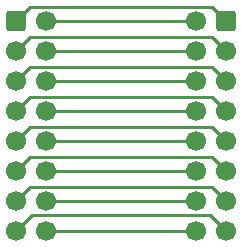
<source format=gbr>
%TF.GenerationSoftware,KiCad,Pcbnew,7.0.6-0*%
%TF.CreationDate,2023-08-20T22:08:50-07:00*%
%TF.ProjectId,IDC_adapter,4944435f-6164-4617-9074-65722e6b6963,rev?*%
%TF.SameCoordinates,Original*%
%TF.FileFunction,Copper,L1,Top*%
%TF.FilePolarity,Positive*%
%FSLAX46Y46*%
G04 Gerber Fmt 4.6, Leading zero omitted, Abs format (unit mm)*
G04 Created by KiCad (PCBNEW 7.0.6-0) date 2023-08-20 22:08:50*
%MOMM*%
%LPD*%
G01*
G04 APERTURE LIST*
G04 Aperture macros list*
%AMRoundRect*
0 Rectangle with rounded corners*
0 $1 Rounding radius*
0 $2 $3 $4 $5 $6 $7 $8 $9 X,Y pos of 4 corners*
0 Add a 4 corners polygon primitive as box body*
4,1,4,$2,$3,$4,$5,$6,$7,$8,$9,$2,$3,0*
0 Add four circle primitives for the rounded corners*
1,1,$1+$1,$2,$3*
1,1,$1+$1,$4,$5*
1,1,$1+$1,$6,$7*
1,1,$1+$1,$8,$9*
0 Add four rect primitives between the rounded corners*
20,1,$1+$1,$2,$3,$4,$5,0*
20,1,$1+$1,$4,$5,$6,$7,0*
20,1,$1+$1,$6,$7,$8,$9,0*
20,1,$1+$1,$8,$9,$2,$3,0*%
G04 Aperture macros list end*
%TA.AperFunction,ComponentPad*%
%ADD10RoundRect,0.250000X-0.600000X-0.600000X0.600000X-0.600000X0.600000X0.600000X-0.600000X0.600000X0*%
%TD*%
%TA.AperFunction,ComponentPad*%
%ADD11C,1.700000*%
%TD*%
%TA.AperFunction,ComponentPad*%
%ADD12RoundRect,0.250000X0.600000X0.600000X-0.600000X0.600000X-0.600000X-0.600000X0.600000X-0.600000X0*%
%TD*%
%TA.AperFunction,Conductor*%
%ADD13C,0.250000*%
%TD*%
G04 APERTURE END LIST*
D10*
%TO.P,J1,1,Pin_1*%
%TO.N,Net-(J1-Pin_1)*%
X148590000Y-95885000D03*
D11*
%TO.P,J1,2,Pin_2*%
%TO.N,Net-(J1-Pin_2)*%
X151130000Y-95885000D03*
%TO.P,J1,3,Pin_3*%
%TO.N,Net-(J1-Pin_3)*%
X148590000Y-98425000D03*
%TO.P,J1,4,Pin_4*%
%TO.N,Net-(J1-Pin_4)*%
X151130000Y-98425000D03*
%TO.P,J1,5,Pin_5*%
%TO.N,Net-(J1-Pin_5)*%
X148590000Y-100965000D03*
%TO.P,J1,6,Pin_6*%
%TO.N,Net-(J1-Pin_6)*%
X151130000Y-100965000D03*
%TO.P,J1,7,Pin_7*%
%TO.N,Net-(J1-Pin_7)*%
X148590000Y-103505000D03*
%TO.P,J1,8,Pin_8*%
%TO.N,Net-(J1-Pin_8)*%
X151130000Y-103505000D03*
%TO.P,J1,9,Pin_9*%
%TO.N,Net-(J1-Pin_9)*%
X148590000Y-106045000D03*
%TO.P,J1,10,Pin_10*%
%TO.N,Net-(J1-Pin_10)*%
X151130000Y-106045000D03*
%TO.P,J1,11,Pin_11*%
%TO.N,Net-(J1-Pin_11)*%
X148590000Y-108585000D03*
%TO.P,J1,12,Pin_12*%
%TO.N,Net-(J1-Pin_12)*%
X151130000Y-108585000D03*
%TO.P,J1,13,Pin_13*%
%TO.N,Net-(J1-Pin_13)*%
X148590000Y-111125000D03*
%TO.P,J1,14,Pin_14*%
%TO.N,Net-(J1-Pin_14)*%
X151130000Y-111125000D03*
%TO.P,J1,15,Pin_15*%
%TO.N,Net-(J1-Pin_15)*%
X148590000Y-113665000D03*
%TO.P,J1,16,Pin_16*%
%TO.N,Net-(J1-Pin_16)*%
X151130000Y-113665000D03*
%TD*%
D12*
%TO.P,J2,1,Pin_1*%
%TO.N,Net-(J1-Pin_1)*%
X166370000Y-95885000D03*
D11*
%TO.P,J2,2,Pin_2*%
%TO.N,Net-(J1-Pin_2)*%
X163830000Y-95885000D03*
%TO.P,J2,3,Pin_3*%
%TO.N,Net-(J1-Pin_3)*%
X166370000Y-98425000D03*
%TO.P,J2,4,Pin_4*%
%TO.N,Net-(J1-Pin_4)*%
X163830000Y-98425000D03*
%TO.P,J2,5,Pin_5*%
%TO.N,Net-(J1-Pin_5)*%
X166370000Y-100965000D03*
%TO.P,J2,6,Pin_6*%
%TO.N,Net-(J1-Pin_6)*%
X163830000Y-100965000D03*
%TO.P,J2,7,Pin_7*%
%TO.N,Net-(J1-Pin_7)*%
X166370000Y-103505000D03*
%TO.P,J2,8,Pin_8*%
%TO.N,Net-(J1-Pin_8)*%
X163830000Y-103505000D03*
%TO.P,J2,9,Pin_9*%
%TO.N,Net-(J1-Pin_9)*%
X166370000Y-106045000D03*
%TO.P,J2,10,Pin_10*%
%TO.N,Net-(J1-Pin_10)*%
X163830000Y-106045000D03*
%TO.P,J2,11,Pin_11*%
%TO.N,Net-(J1-Pin_11)*%
X166370000Y-108585000D03*
%TO.P,J2,12,Pin_12*%
%TO.N,Net-(J1-Pin_12)*%
X163830000Y-108585000D03*
%TO.P,J2,13,Pin_13*%
%TO.N,Net-(J1-Pin_13)*%
X166370000Y-111125000D03*
%TO.P,J2,14,Pin_14*%
%TO.N,Net-(J1-Pin_14)*%
X163830000Y-111125000D03*
%TO.P,J2,15,Pin_15*%
%TO.N,Net-(J1-Pin_15)*%
X166370000Y-113665000D03*
%TO.P,J2,16,Pin_16*%
%TO.N,Net-(J1-Pin_16)*%
X163830000Y-113665000D03*
%TD*%
D13*
%TO.N,Net-(J1-Pin_1)*%
X166370000Y-95885000D02*
X165195000Y-94710000D01*
X149765000Y-94710000D02*
X148590000Y-95885000D01*
X165195000Y-94710000D02*
X149765000Y-94710000D01*
%TO.N,Net-(J1-Pin_2)*%
X151130000Y-95885000D02*
X163830000Y-95885000D01*
%TO.N,Net-(J1-Pin_3)*%
X149765000Y-97250000D02*
X148590000Y-98425000D01*
X165195000Y-97250000D02*
X149765000Y-97250000D01*
X166370000Y-98425000D02*
X165195000Y-97250000D01*
%TO.N,Net-(J1-Pin_4)*%
X151130000Y-98425000D02*
X163830000Y-98425000D01*
%TO.N,Net-(J1-Pin_5)*%
X165195000Y-99790000D02*
X149765000Y-99790000D01*
X166370000Y-100965000D02*
X165195000Y-99790000D01*
X149765000Y-99790000D02*
X148590000Y-100965000D01*
%TO.N,Net-(J1-Pin_6)*%
X151130000Y-100965000D02*
X163830000Y-100965000D01*
%TO.N,Net-(J1-Pin_7)*%
X149765000Y-102330000D02*
X148590000Y-103505000D01*
X166370000Y-103505000D02*
X165195000Y-102330000D01*
X165195000Y-102330000D02*
X149765000Y-102330000D01*
%TO.N,Net-(J1-Pin_8)*%
X151130000Y-103505000D02*
X163830000Y-103505000D01*
%TO.N,Net-(J1-Pin_9)*%
X166370000Y-106045000D02*
X165195000Y-104870000D01*
X165195000Y-104870000D02*
X149765000Y-104870000D01*
X149765000Y-104870000D02*
X148590000Y-106045000D01*
%TO.N,Net-(J1-Pin_10)*%
X151130000Y-106045000D02*
X163830000Y-106045000D01*
%TO.N,Net-(J1-Pin_11)*%
X165195000Y-107410000D02*
X149765000Y-107410000D01*
X149765000Y-107410000D02*
X148590000Y-108585000D01*
X166370000Y-108585000D02*
X165195000Y-107410000D01*
%TO.N,Net-(J1-Pin_12)*%
X151130000Y-108585000D02*
X163830000Y-108585000D01*
%TO.N,Net-(J1-Pin_13)*%
X165195000Y-109950000D02*
X149765000Y-109950000D01*
X149765000Y-109950000D02*
X148590000Y-111125000D01*
X166370000Y-111125000D02*
X165195000Y-109950000D01*
%TO.N,Net-(J1-Pin_14)*%
X151130000Y-111125000D02*
X163830000Y-111125000D01*
%TO.N,Net-(J1-Pin_15)*%
X166370000Y-113665000D02*
X165005000Y-112300000D01*
X165005000Y-112300000D02*
X149955000Y-112300000D01*
X149955000Y-112300000D02*
X148590000Y-113665000D01*
%TO.N,Net-(J1-Pin_16)*%
X151130000Y-113665000D02*
X163830000Y-113665000D01*
%TD*%
M02*

</source>
